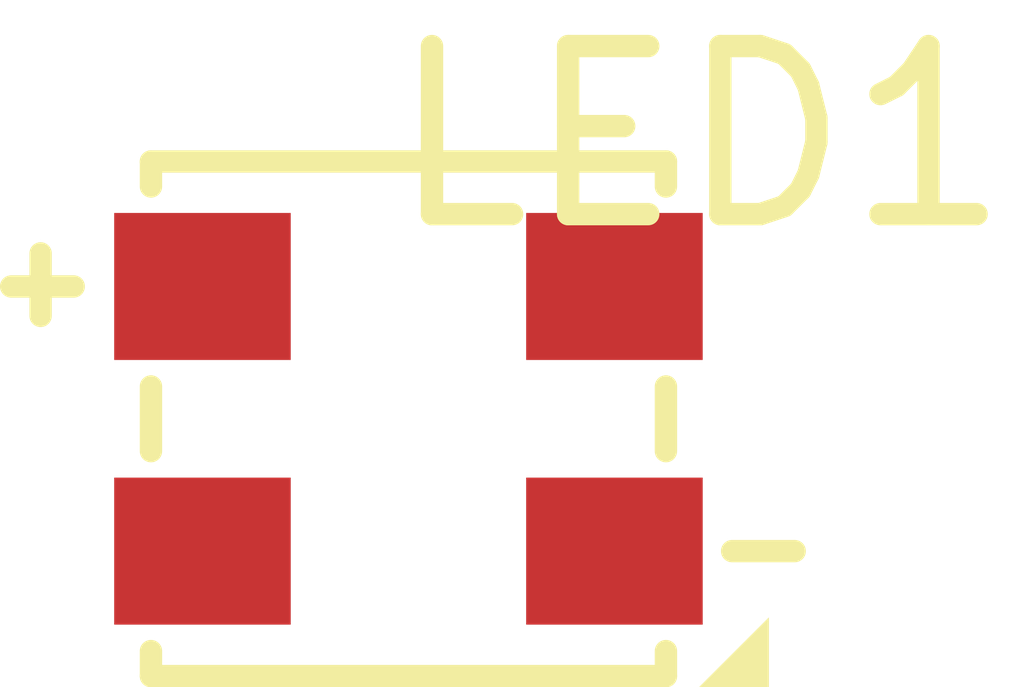
<source format=kicad_pcb>
(kicad_pcb (version 20171130) (host pcbnew "(5.1.5)-3") (page "A4") (layers (0 "F.Cu" signal) (31 "B.Cu" signal) (32 "B.Adhes" user) (33 "F.Adhes" user) (34 "B.Paste" user) (35 "F.Paste" user) (36 "B.SilkS" user) (37 "F.SilkS" user) (38 "B.Mask" user) (39 "F.Mask" user) (40 "Dwgs.User" user) (41 "Cmts.User" user) (42 "Eco1.User" user) (43 "Eco2.User" user) (44 "Edge.Cuts" user) (45 "Margin" user) (46 "B.CrtYd" user) (47 "F.CrtYd" user) (48 "B.Fab" user hide) (49 "F.Fab" user hide)) (net 0 "") (module "easyeda:LED-SMD_4P-L3.5-W3.5-TL_WS2812B" (layer "F.Cu") (at 12.7 12.7) (attr smd) (fp_text value "LED-SMD_4P-L3.5-W3.5-TL_WS2812B" (at -0.212 -3.691 0) (layer "F.Fab") hide (effects (font (size 1.143 1.143) (thickness 0.152)) (justify left))) (fp_text reference "LED1" (at -0.212 -1.913 0) (layer "F.SilkS") (effects (font (size 1.143 1.143) (thickness 0.152)) (justify left))) (fp_line (start -1.75 1.75) (end 1.75 1.75) (width 0.152) (layer "F.SilkS")) (fp_line (start -1.75 -1.75) (end 1.75 -1.75) (width 0.152) (layer "F.SilkS")) (fp_line (start -1.75 -1.75) (end -1.75 -1.58) (width 0.152) (layer "F.SilkS")) (fp_line (start -1.75 -0.22) (end -1.75 0.22) (width 0.152) (layer "F.SilkS")) (fp_line (start -1.75 1.58) (end -1.75 1.75) (width 0.152) (layer "F.SilkS")) (fp_line (start 1.75 -1.75) (end 1.75 -1.58) (width 0.152) (layer "F.SilkS")) (fp_line (start 1.75 -0.22) (end 1.75 0.22) (width 0.152) (layer "F.SilkS")) (fp_line (start 1.75 1.58) (end 1.75 1.75) (width 0.152) (layer "F.SilkS")) (fp_line (start -2.7 -0.9) (end -2.275 -0.9) (width 0.152) (layer "F.SilkS")) (fp_line (start -2.5 -0.7) (end -2.5 -1.125) (width 0.152) (layer "F.SilkS")) (fp_line (start 2.2 0.9) (end 2.625 0.9) (width 0.152) (layer "F.SilkS")) (fp_poly (pts (xy 1.95 1.85) (xy 2.45 1.85) (xy 2.45 1.35)) (layer "F.SilkS") (width 0)) (pad 1 smd rect (at -1.4 -0.9 0) (size 1.2 1) (layers "F.Cu" "F.Paste" "F.Mask")) (pad 4 smd rect (at 1.4 -0.9 0) (size 1.2 1) (layers "F.Cu" "F.Paste" "F.Mask")) (pad 3 smd rect (at 1.4 0.9 0) (size 1.2 1) (layers "F.Cu" "F.Paste" "F.Mask")) (pad 2 smd rect (at -1.4 0.9 0) (size 1.2 1) (layers "F.Cu" "F.Paste" "F.Mask")) (fp_text user gge7 (at 0 0) (layer "Cmts.User") (effects (font (size 1 1) (thickness 0.15))))))
</source>
